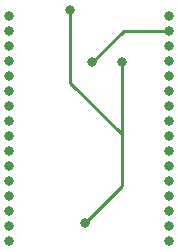
<source format=gbr>
G04 #@! TF.GenerationSoftware,KiCad,Pcbnew,(6.0.1-0)*
G04 #@! TF.CreationDate,2022-03-14T10:45:46-04:00*
G04 #@! TF.ProjectId,MBC1-PLCC32,4d424331-2d50-44c4-9343-33322e6b6963,rev?*
G04 #@! TF.SameCoordinates,Original*
G04 #@! TF.FileFunction,Copper,L2,Bot*
G04 #@! TF.FilePolarity,Positive*
%FSLAX46Y46*%
G04 Gerber Fmt 4.6, Leading zero omitted, Abs format (unit mm)*
G04 Created by KiCad (PCBNEW (6.0.1-0)) date 2022-03-14 10:45:46*
%MOMM*%
%LPD*%
G01*
G04 APERTURE LIST*
G04 #@! TA.AperFunction,ViaPad*
%ADD10C,0.800000*%
G04 #@! TD*
G04 #@! TA.AperFunction,Conductor*
%ADD11C,0.250000*%
G04 #@! TD*
G04 APERTURE END LIST*
D10*
G04 #@! TO.N,VCC*
X119400000Y-49300000D03*
G04 #@! TO.N,A18*
X119400000Y-50570000D03*
X112900000Y-53200000D03*
G04 #@! TO.N,A17*
X119400000Y-51840000D03*
G04 #@! TO.N,A14*
X119400000Y-53110000D03*
G04 #@! TO.N,A13*
X119400000Y-54380000D03*
G04 #@! TO.N,A8*
X119400000Y-55650000D03*
G04 #@! TO.N,A9*
X119400000Y-56920000D03*
G04 #@! TO.N,A11*
X119400000Y-58190000D03*
G04 #@! TO.N,/OE*
X119400000Y-59460000D03*
G04 #@! TO.N,A10*
X119400000Y-60730000D03*
G04 #@! TO.N,CE*
X119400000Y-62000000D03*
G04 #@! TO.N,D7*
X119400000Y-63270000D03*
G04 #@! TO.N,D6*
X119400000Y-64540000D03*
G04 #@! TO.N,D5*
X119400000Y-65810000D03*
G04 #@! TO.N,D4*
X119400000Y-67080000D03*
G04 #@! TO.N,D3*
X119400000Y-68350000D03*
G04 #@! TO.N,GND*
X105850000Y-68350000D03*
G04 #@! TO.N,D2*
X105850000Y-67080000D03*
G04 #@! TO.N,D1*
X105850000Y-65810000D03*
G04 #@! TO.N,D0*
X105850000Y-64540000D03*
G04 #@! TO.N,A0*
X105850000Y-63270000D03*
G04 #@! TO.N,A1*
X105850000Y-62000000D03*
G04 #@! TO.N,A2*
X105850000Y-60730000D03*
G04 #@! TO.N,A3*
X105850000Y-59460000D03*
G04 #@! TO.N,A4*
X105850000Y-58190000D03*
G04 #@! TO.N,A5*
X105850000Y-56920000D03*
G04 #@! TO.N,A6*
X105850000Y-55650000D03*
G04 #@! TO.N,A7*
X105850000Y-54380000D03*
G04 #@! TO.N,A12*
X105850000Y-53110000D03*
G04 #@! TO.N,A15*
X105850000Y-51840000D03*
G04 #@! TO.N,A16*
X105850000Y-50570000D03*
G04 #@! TO.N,/OE1*
X105850000Y-49300000D03*
G04 #@! TO.N,/WE*
X115400000Y-53150000D03*
X112250000Y-66800000D03*
X111050000Y-48810000D03*
G04 #@! TD*
D11*
G04 #@! TO.N,A18*
X115550000Y-50550000D02*
X119274980Y-50550000D01*
X112900000Y-53200000D02*
X115550000Y-50550000D01*
X119274980Y-50550000D02*
X119274980Y-50570000D01*
G04 #@! TO.N,/WE*
X111050000Y-48810000D02*
X111050000Y-54910000D01*
X115400000Y-53150000D02*
X115400000Y-59350000D01*
X111050000Y-54910000D02*
X115400000Y-59260000D01*
X115400000Y-59350000D02*
X115400000Y-63650000D01*
X115400000Y-63650000D02*
X112250000Y-66800000D01*
G04 #@! TD*
M02*

</source>
